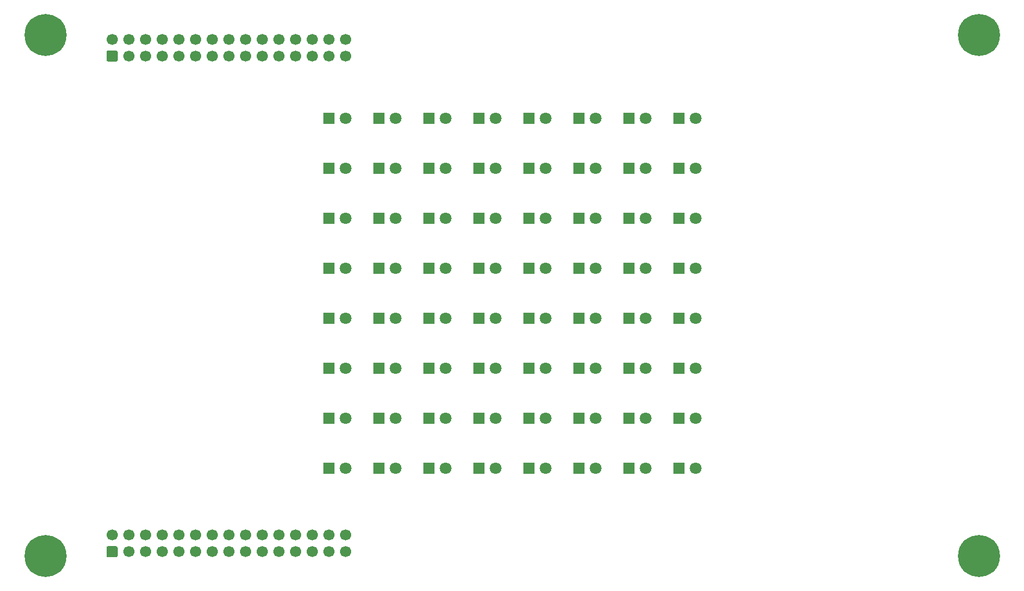
<source format=gbr>
%TF.GenerationSoftware,KiCad,Pcbnew,(5.1.9)-1*%
%TF.CreationDate,2021-05-31T11:41:51+02:00*%
%TF.ProjectId,periph_8x8leds,70657269-7068-45f3-9878-386c6564732e,v1_0*%
%TF.SameCoordinates,Original*%
%TF.FileFunction,Soldermask,Bot*%
%TF.FilePolarity,Negative*%
%FSLAX46Y46*%
G04 Gerber Fmt 4.6, Leading zero omitted, Abs format (unit mm)*
G04 Created by KiCad (PCBNEW (5.1.9)-1) date 2021-05-31 11:41:51*
%MOMM*%
%LPD*%
G01*
G04 APERTURE LIST*
%ADD10C,1.800000*%
%ADD11R,1.800000X1.800000*%
%ADD12C,1.700000*%
%ADD13C,0.800000*%
%ADD14C,6.400000*%
G04 APERTURE END LIST*
D10*
%TO.C,D27*%
X501015000Y-25400000D03*
D11*
X498475000Y-25400000D03*
%TD*%
D10*
%TO.C,D78*%
X485775000Y-63500000D03*
D11*
X483235000Y-63500000D03*
%TD*%
D12*
%TO.C,J2*%
X455295000Y-73660000D03*
X452755000Y-73660000D03*
X450215000Y-73660000D03*
X447675000Y-73660000D03*
X445135000Y-73660000D03*
X442595000Y-73660000D03*
X440055000Y-73660000D03*
X437515000Y-73660000D03*
X434975000Y-73660000D03*
X432435000Y-73660000D03*
X429895000Y-73660000D03*
X427355000Y-73660000D03*
X424815000Y-73660000D03*
X422275000Y-73660000D03*
X419735000Y-73660000D03*
X455295000Y-76200000D03*
X452755000Y-76200000D03*
X450215000Y-76200000D03*
X447675000Y-76200000D03*
X445135000Y-76200000D03*
X442595000Y-76200000D03*
X440055000Y-76200000D03*
X437515000Y-76200000D03*
X434975000Y-76200000D03*
X432435000Y-76200000D03*
X429895000Y-76200000D03*
X427355000Y-76200000D03*
X424815000Y-76200000D03*
X422275000Y-76200000D03*
G36*
G01*
X420335000Y-77050000D02*
X419135000Y-77050000D01*
G75*
G02*
X418885000Y-76800000I0J250000D01*
G01*
X418885000Y-75600000D01*
G75*
G02*
X419135000Y-75350000I250000J0D01*
G01*
X420335000Y-75350000D01*
G75*
G02*
X420585000Y-75600000I0J-250000D01*
G01*
X420585000Y-76800000D01*
G75*
G02*
X420335000Y-77050000I-250000J0D01*
G01*
G37*
%TD*%
%TO.C,J1*%
X455295000Y1905000D03*
X452755000Y1905000D03*
X450215000Y1905000D03*
X447675000Y1905000D03*
X445135000Y1905000D03*
X442595000Y1905000D03*
X440055000Y1905000D03*
X437515000Y1905000D03*
X434975000Y1905000D03*
X432435000Y1905000D03*
X429895000Y1905000D03*
X427355000Y1905000D03*
X424815000Y1905000D03*
X422275000Y1905000D03*
X419735000Y1905000D03*
X455295000Y-635000D03*
X452755000Y-635000D03*
X450215000Y-635000D03*
X447675000Y-635000D03*
X445135000Y-635000D03*
X442595000Y-635000D03*
X440055000Y-635000D03*
X437515000Y-635000D03*
X434975000Y-635000D03*
X432435000Y-635000D03*
X429895000Y-635000D03*
X427355000Y-635000D03*
X424815000Y-635000D03*
X422275000Y-635000D03*
G36*
G01*
X420335000Y-1485000D02*
X419135000Y-1485000D01*
G75*
G02*
X418885000Y-1235000I0J250000D01*
G01*
X418885000Y-35000D01*
G75*
G02*
X419135000Y215000I250000J0D01*
G01*
X420335000Y215000D01*
G75*
G02*
X420585000Y-35000I0J-250000D01*
G01*
X420585000Y-1235000D01*
G75*
G02*
X420335000Y-1485000I-250000J0D01*
G01*
G37*
%TD*%
D13*
%TO.C,H4*%
X411272056Y-75137944D03*
X409575000Y-74435000D03*
X407877944Y-75137944D03*
X407175000Y-76835000D03*
X407877944Y-78532056D03*
X409575000Y-79235000D03*
X411272056Y-78532056D03*
X411975000Y-76835000D03*
D14*
X409575000Y-76835000D03*
%TD*%
D13*
%TO.C,H3*%
X553512056Y-75137944D03*
X551815000Y-74435000D03*
X550117944Y-75137944D03*
X549415000Y-76835000D03*
X550117944Y-78532056D03*
X551815000Y-79235000D03*
X553512056Y-78532056D03*
X554215000Y-76835000D03*
D14*
X551815000Y-76835000D03*
%TD*%
D13*
%TO.C,H2*%
X411272056Y4237056D03*
X409575000Y4940000D03*
X407877944Y4237056D03*
X407175000Y2540000D03*
X407877944Y842944D03*
X409575000Y140000D03*
X411272056Y842944D03*
X411975000Y2540000D03*
D14*
X409575000Y2540000D03*
%TD*%
D13*
%TO.C,H1*%
X553512056Y4237056D03*
X551815000Y4940000D03*
X550117944Y4237056D03*
X549415000Y2540000D03*
X550117944Y842944D03*
X551815000Y140000D03*
X553512056Y842944D03*
X554215000Y2540000D03*
D14*
X551815000Y2540000D03*
%TD*%
D10*
%TO.C,D80*%
X455295000Y-63500000D03*
D11*
X452755000Y-63500000D03*
%TD*%
D10*
%TO.C,D79*%
X470535000Y-63500000D03*
D11*
X467995000Y-63500000D03*
%TD*%
D10*
%TO.C,D77*%
X501015000Y-63500000D03*
D11*
X498475000Y-63500000D03*
%TD*%
D10*
%TO.C,D76*%
X462915000Y-63500000D03*
D11*
X460375000Y-63500000D03*
%TD*%
D10*
%TO.C,D75*%
X478155000Y-63500000D03*
D11*
X475615000Y-63500000D03*
%TD*%
D10*
%TO.C,D74*%
X493395000Y-63500000D03*
D11*
X490855000Y-63500000D03*
%TD*%
D10*
%TO.C,D73*%
X508635000Y-63500000D03*
D11*
X506095000Y-63500000D03*
%TD*%
D10*
%TO.C,D70*%
X455295000Y-55880000D03*
D11*
X452755000Y-55880000D03*
%TD*%
D10*
%TO.C,D69*%
X470535000Y-55880000D03*
D11*
X467995000Y-55880000D03*
%TD*%
D10*
%TO.C,D68*%
X485775000Y-55880000D03*
D11*
X483235000Y-55880000D03*
%TD*%
D10*
%TO.C,D67*%
X501015000Y-55880000D03*
D11*
X498475000Y-55880000D03*
%TD*%
D10*
%TO.C,D66*%
X462915000Y-55880000D03*
D11*
X460375000Y-55880000D03*
%TD*%
D10*
%TO.C,D65*%
X478155000Y-55880000D03*
D11*
X475615000Y-55880000D03*
%TD*%
D10*
%TO.C,D64*%
X493395000Y-55880000D03*
D11*
X490855000Y-55880000D03*
%TD*%
D10*
%TO.C,D63*%
X508635000Y-55880000D03*
D11*
X506095000Y-55880000D03*
%TD*%
D10*
%TO.C,D60*%
X455295000Y-48260000D03*
D11*
X452755000Y-48260000D03*
%TD*%
D10*
%TO.C,D59*%
X470535000Y-48260000D03*
D11*
X467995000Y-48260000D03*
%TD*%
D10*
%TO.C,D58*%
X485775000Y-48260000D03*
D11*
X483235000Y-48260000D03*
%TD*%
D10*
%TO.C,D57*%
X501015000Y-48260000D03*
D11*
X498475000Y-48260000D03*
%TD*%
D10*
%TO.C,D56*%
X462915000Y-48260000D03*
D11*
X460375000Y-48260000D03*
%TD*%
D10*
%TO.C,D55*%
X478155000Y-48260000D03*
D11*
X475615000Y-48260000D03*
%TD*%
D10*
%TO.C,D54*%
X493395000Y-48260000D03*
D11*
X490855000Y-48260000D03*
%TD*%
D10*
%TO.C,D53*%
X508635000Y-48260000D03*
D11*
X506095000Y-48260000D03*
%TD*%
D10*
%TO.C,D50*%
X455295000Y-40640000D03*
D11*
X452755000Y-40640000D03*
%TD*%
D10*
%TO.C,D49*%
X470535000Y-40640000D03*
D11*
X467995000Y-40640000D03*
%TD*%
D10*
%TO.C,D48*%
X485775000Y-40640000D03*
D11*
X483235000Y-40640000D03*
%TD*%
D10*
%TO.C,D47*%
X501015000Y-40640000D03*
D11*
X498475000Y-40640000D03*
%TD*%
D10*
%TO.C,D46*%
X462915000Y-40640000D03*
D11*
X460375000Y-40640000D03*
%TD*%
D10*
%TO.C,D45*%
X478155000Y-40640000D03*
D11*
X475615000Y-40640000D03*
%TD*%
D10*
%TO.C,D44*%
X493395000Y-40640000D03*
D11*
X490855000Y-40640000D03*
%TD*%
D10*
%TO.C,D43*%
X508635000Y-40640000D03*
D11*
X506095000Y-40640000D03*
%TD*%
D10*
%TO.C,D40*%
X455295000Y-33020000D03*
D11*
X452755000Y-33020000D03*
%TD*%
D10*
%TO.C,D39*%
X470535000Y-33020000D03*
D11*
X467995000Y-33020000D03*
%TD*%
D10*
%TO.C,D38*%
X485775000Y-33020000D03*
D11*
X483235000Y-33020000D03*
%TD*%
D10*
%TO.C,D37*%
X501015000Y-33020000D03*
D11*
X498475000Y-33020000D03*
%TD*%
D10*
%TO.C,D36*%
X462915000Y-33020000D03*
D11*
X460375000Y-33020000D03*
%TD*%
D10*
%TO.C,D35*%
X478155000Y-33020000D03*
D11*
X475615000Y-33020000D03*
%TD*%
D10*
%TO.C,D34*%
X493395000Y-33020000D03*
D11*
X490855000Y-33020000D03*
%TD*%
D10*
%TO.C,D33*%
X508635000Y-33020000D03*
D11*
X506095000Y-33020000D03*
%TD*%
D10*
%TO.C,D30*%
X455295000Y-25400000D03*
D11*
X452755000Y-25400000D03*
%TD*%
D10*
%TO.C,D29*%
X470535000Y-25400000D03*
D11*
X467995000Y-25400000D03*
%TD*%
D10*
%TO.C,D28*%
X485775000Y-25400000D03*
D11*
X483235000Y-25400000D03*
%TD*%
D10*
%TO.C,D26*%
X462915000Y-25400000D03*
D11*
X460375000Y-25400000D03*
%TD*%
D10*
%TO.C,D25*%
X478155000Y-25400000D03*
D11*
X475615000Y-25400000D03*
%TD*%
D10*
%TO.C,D24*%
X493395000Y-25400000D03*
D11*
X490855000Y-25400000D03*
%TD*%
D10*
%TO.C,D23*%
X508635000Y-25400000D03*
D11*
X506095000Y-25400000D03*
%TD*%
D10*
%TO.C,D20*%
X455295000Y-17780000D03*
D11*
X452755000Y-17780000D03*
%TD*%
D10*
%TO.C,D19*%
X470535000Y-17780000D03*
D11*
X467995000Y-17780000D03*
%TD*%
D10*
%TO.C,D18*%
X485775000Y-17780000D03*
D11*
X483235000Y-17780000D03*
%TD*%
D10*
%TO.C,D17*%
X501015000Y-17780000D03*
D11*
X498475000Y-17780000D03*
%TD*%
D10*
%TO.C,D16*%
X462915000Y-17780000D03*
D11*
X460375000Y-17780000D03*
%TD*%
D10*
%TO.C,D15*%
X478155000Y-17780000D03*
D11*
X475615000Y-17780000D03*
%TD*%
D10*
%TO.C,D14*%
X493395000Y-17780000D03*
D11*
X490855000Y-17780000D03*
%TD*%
D10*
%TO.C,D13*%
X508635000Y-17780000D03*
D11*
X506095000Y-17780000D03*
%TD*%
D10*
%TO.C,D10*%
X455295000Y-10160000D03*
D11*
X452755000Y-10160000D03*
%TD*%
D10*
%TO.C,D9*%
X470535000Y-10160000D03*
D11*
X467995000Y-10160000D03*
%TD*%
D10*
%TO.C,D8*%
X485775000Y-10160000D03*
D11*
X483235000Y-10160000D03*
%TD*%
D10*
%TO.C,D7*%
X501015000Y-10160000D03*
D11*
X498475000Y-10160000D03*
%TD*%
D10*
%TO.C,D6*%
X462915000Y-10160000D03*
D11*
X460375000Y-10160000D03*
%TD*%
D10*
%TO.C,D5*%
X478155000Y-10160000D03*
D11*
X475615000Y-10160000D03*
%TD*%
D10*
%TO.C,D4*%
X493395000Y-10160000D03*
D11*
X490855000Y-10160000D03*
%TD*%
D10*
%TO.C,D3*%
X508635000Y-10160000D03*
D11*
X506095000Y-10160000D03*
%TD*%
M02*

</source>
